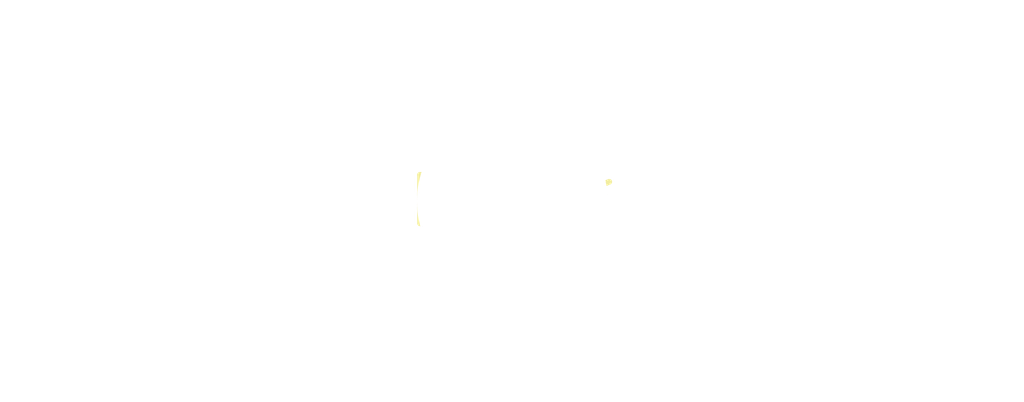
<source format=kicad_pcb>
(kicad_pcb (version 20240108) (generator pcbnew)
  (layers (0 "F.Cu" signal) (31 "B.Cu" signal) (34 "B.Paste" user) (35 "F.Paste" user) (36 "B.SilkS" user "B.Silkscreen") (37 "F.SilkS" user "F.Silkscreen") (38 "B.Mask" user) (39 "F.Mask" user) (44 "Edge.Cuts" user))
  (net 0 "")
  (footprint "MountingHole_5mm_Pad_Via" (layer "F.Cu") (at 0 0)
    (property "Reference" "REF**")
    (property "Value" "MountingHole_5mm_Pad_Via")
    (pad "1" thru_hole circle (at -3.75 0) (size 0.9 0.9) (drill 0.6) (layers *.Cu *.Mask) (remove_unused_layers))
    (pad "1" thru_hole circle (at -2.65165 -2.65165) (size 0.9 0.9) (drill 0.6) (layers *.Cu *.Mask) (remove_unused_layers))
    (pad "1" thru_hole circle (at -2.65165 2.65165) (size 0.9 0.9) (drill 0.6) (layers *.Cu *.Mask) (remove_unused_layers))
    (pad "1" thru_hole circle (at 0 -3.75) (size 0.9 0.9) (drill 0.6) (layers *.Cu *.Mask) (remove_unused_layers))
    (pad "1" thru_hole circle (at 0 0) (size 10 10) (drill 5) (layers *.Cu *.Mask) (remove_unused_layers))
    (pad "1" thru_hole circle (at 0 3.75) (size 0.9 0.9) (drill 0.6) (layers *.Cu *.Mask) (remove_unused_layers))
    (pad "1" thru_hole circle (at 2.65165 -2.65165) (size 0.9 0.9) (drill 0.6) (layers *.Cu *.Mask) (remove_unused_layers))
    (pad "1" thru_hole circle (at 2.65165 2.65165) (size 0.9 0.9) (drill 0.6) (layers *.Cu *.Mask) (remove_unused_layers))
    (pad "1" thru_hole circle (at 3.75 0) (size 0.9 0.9) (drill 0.6) (layers *.Cu *.Mask) (remove_unused_layers))
  )
)
</source>
